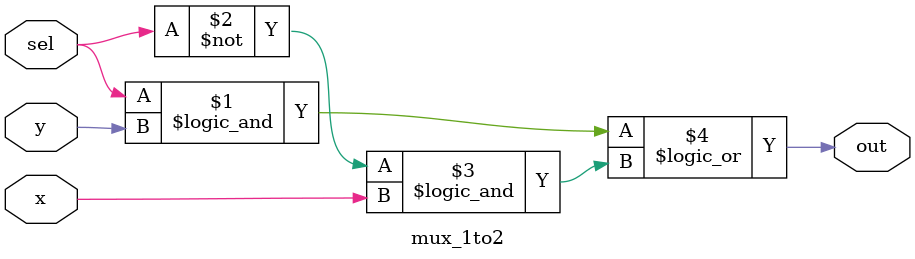
<source format=v>
`timescale 1ns / 1ps
module ALU(A,B,sel_in,res,flags);
input [15:0]A;
input [15:0]B;
input [3:0]sel_in;
wire [3:0]sel;
adjust_selection sel_adjustment(sel_in,sel);
output [15:0]res;
output [15:0]flags; // Processor Status Register
/*15 - 12 (reserved)    11 I(0)     10 P(0)             9 E(0)  8 hardwire_0(0)     
7 Negative  6 Zero      5 overflow  4-3 hardwire_0(0)   2 Low   1 Trace(0)  0 Carry         */
wire N,Z,F,L,C;
assign flags[0] = C;
assign flags[2] = L;
assign flags[5] = F;
assign flags[6] = Z;
assign flags[7] = N;
assign flags[11:8] = 0;
assign flags[4:3] = 0;
assign flags[1] = 0;
wire [15:0]cout;
    repeating_pattern rp1       (A[0],      B[0],       sel,    sel[0],     cout[0],    res[0]);
    repeating_pattern rp2[14:0] (A[15:1],   B[15:1],    sel,    cout[14:0], cout[15:1], res[15:1]);
    
assign C = (sel == 4'b0101) ?  ~cout[15] : cout[15];
assign F = cout[15] ^ cout[14];
assign L = ~C;
assign N = F ^ res[15];
assign Z = (res == 16'd0) ? 1 : 0;
endmodule
module adjust_selection(selin,selout);
input [3:0]selin;
output [3:0]selout;
assign selout =     (selin == 4'b0011) ?    4'b0000://xor
                    (selin == 4'b0001) ?    4'b1000://and
                    (selin == 4'b0010) ?    4'b1010://or
                    (selin == 4'b0101) ?    4'b0100://sum
                    (selin == 4'b1001) ?    4'b0101://sub
                                            4'b0101;
endmodule
module repeating_pattern(a,b,sel,sel0,cout,s);

input a,b,sel0;
input[3:0]sel;
output cout;
output s;
wire sum , co;
wire bin , cin;

mux_1to2 mux1(b,~b,sel[0],bin);
wire [3:0]muxin;
assign muxin[1:0] = 2'b10;
assign muxin[2] = sel0;
assign muxin[3] = b;

mux_2to4 mux2(muxin,sel[2:1],cin);

full_adder fa1 (a,bin,cin,sum,co);
mux_1to2 mux3(sum,co,sel[3],s);
assign cout = co;


endmodule

module full_adder(a,b,ci,sum,co);
input a,b,ci;
output sum,co;
wire t;
assign t = a ^ b ;
assign sum = t ^ ci;
assign co = (t && ci) || (a && b);
endmodule

module mux_2to4(x,sel,out);
input [3:0]x;
input [1:0]sel;
output [3:0]out;
assign out =    (sel ==2'b11) ? x[3]:
                (sel ==2'b10) ? x[2]:
                (sel ==2'b01) ? x[1]:
                (sel ==2'b00) ? x[0]:
                                1'bx;
endmodule

module mux_1to2(x,y,sel,out);// x && ~sel , y && sel
input x,y,sel;
output out;

assign out = (sel && y) || (~sel && x);
endmodule
</source>
